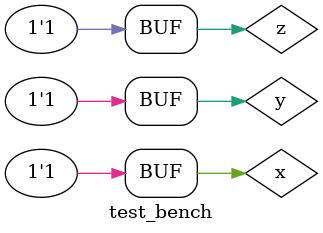
<source format=v>
module ex(x, y, z, f);
    input x, y, z;
    output f;
    nor(nor_x_y, x, y);
    xor(xor_x_y, x, y);
    nor(nor_x_z, x, z);
    and(and_a_b, nor_x_y, xor_x_y);
    nor(f, and_a_b, nor_x_z);
endmodule

module test_bench();
    reg x, y, z;
    wire f;
    ex test(.x(x), .y(y), .z(z), .f(f));
    initial begin
        x = 1'b0;
        y = 1'b0;
        z = 1'b0;
        #10
        z = 1'b1;
        #10
        z = 1'b0;
        y = 1'b1;
        #10
        z = 1'b1;
        #10
        x = 1'b1;
        y = 1'b0;
        z = 1'b0;
        #10
        z = 1'b1;
        #10
        z = 1'b0;
        y = 1'b1;
        #10
        z = 1'b1;
    end
endmodule
</source>
